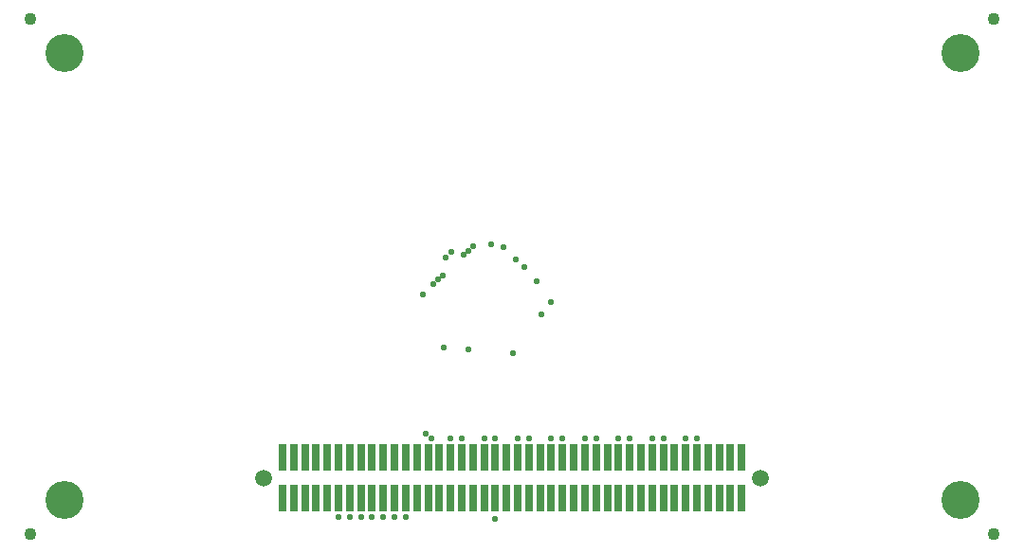
<source format=gbs>
G75*
G70*
%OFA0B0*%
%FSLAX24Y24*%
%IPPOS*%
%LPD*%
%AMOC8*
5,1,8,0,0,1.08239X$1,22.5*
%
%ADD10C,0.1339*%
%ADD11R,0.0276X0.0946*%
%ADD12C,0.0591*%
%ADD13C,0.0434*%
%ADD14C,0.0220*%
D10*
X002119Y002119D03*
X002119Y017867D03*
X033615Y017867D03*
X033615Y002119D03*
D11*
X025937Y002178D03*
X025544Y002178D03*
X025150Y002178D03*
X024756Y002178D03*
X024363Y002178D03*
X023969Y002178D03*
X023575Y002178D03*
X023181Y002178D03*
X022788Y002178D03*
X022394Y002178D03*
X022000Y002178D03*
X021607Y002178D03*
X021213Y002178D03*
X020819Y002178D03*
X020426Y002178D03*
X020032Y002178D03*
X019638Y002178D03*
X019244Y002178D03*
X018851Y002178D03*
X018457Y002178D03*
X018063Y002178D03*
X017670Y002178D03*
X017276Y002178D03*
X016882Y002178D03*
X016489Y002178D03*
X016095Y002178D03*
X015701Y002178D03*
X015307Y002178D03*
X014914Y002178D03*
X014520Y002178D03*
X014126Y002178D03*
X013733Y002178D03*
X013339Y002178D03*
X012945Y002178D03*
X012552Y002178D03*
X012158Y002178D03*
X011764Y002178D03*
X011370Y002178D03*
X010977Y002178D03*
X010583Y002178D03*
X010189Y002178D03*
X009796Y002178D03*
X009796Y003634D03*
X010189Y003634D03*
X010583Y003634D03*
X010977Y003634D03*
X011370Y003634D03*
X011764Y003634D03*
X012158Y003634D03*
X012552Y003634D03*
X012945Y003634D03*
X013339Y003634D03*
X013733Y003634D03*
X014126Y003634D03*
X014520Y003634D03*
X014914Y003634D03*
X015307Y003634D03*
X015701Y003634D03*
X016095Y003634D03*
X016489Y003634D03*
X016882Y003634D03*
X017276Y003634D03*
X017670Y003634D03*
X018063Y003634D03*
X018457Y003634D03*
X018851Y003634D03*
X019244Y003634D03*
X019638Y003634D03*
X020032Y003634D03*
X020426Y003634D03*
X020819Y003634D03*
X021213Y003634D03*
X021607Y003634D03*
X022000Y003634D03*
X022394Y003634D03*
X022788Y003634D03*
X023181Y003634D03*
X023575Y003634D03*
X023969Y003634D03*
X024363Y003634D03*
X024756Y003634D03*
X025150Y003634D03*
X025544Y003634D03*
X025937Y003634D03*
D12*
X026607Y002906D03*
X009126Y002906D03*
D13*
X000937Y000937D03*
X000937Y019048D03*
X034796Y019048D03*
X034796Y000937D03*
D14*
X024363Y004284D03*
X023969Y004284D03*
X023181Y004284D03*
X022788Y004284D03*
X022000Y004284D03*
X021607Y004284D03*
X020819Y004284D03*
X020426Y004284D03*
X019638Y004284D03*
X019244Y004284D03*
X018457Y004284D03*
X018063Y004284D03*
X017276Y004284D03*
X016882Y004284D03*
X016095Y004284D03*
X015701Y004284D03*
X015032Y004284D03*
X014835Y004441D03*
X014126Y001528D03*
X013733Y001528D03*
X013339Y001528D03*
X012945Y001528D03*
X012552Y001528D03*
X012158Y001528D03*
X011764Y001528D03*
X017276Y001449D03*
X017906Y007276D03*
X016331Y007433D03*
X015465Y007473D03*
X014717Y009363D03*
X015111Y009717D03*
X015268Y009874D03*
X015426Y010032D03*
X015544Y010662D03*
X015741Y010859D03*
X016174Y010741D03*
X016331Y010898D03*
X016489Y011056D03*
X017119Y011134D03*
X017552Y011016D03*
X017985Y010583D03*
X018300Y010307D03*
X018733Y009835D03*
X019244Y009087D03*
X018890Y008654D03*
M02*

</source>
